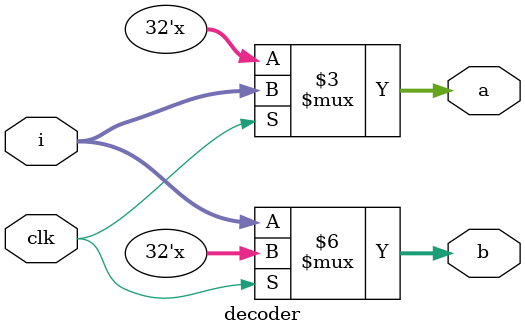
<source format=v>
`timescale 1ns / 1ps


module decoder(
    input clk, 
    input [31:0] i,
    output  reg [31:0] a,
    output  reg [31:0] b
    );
    
    always @(*) begin
    if (clk) a=i; else b=i;
    end
    
endmodule

</source>
